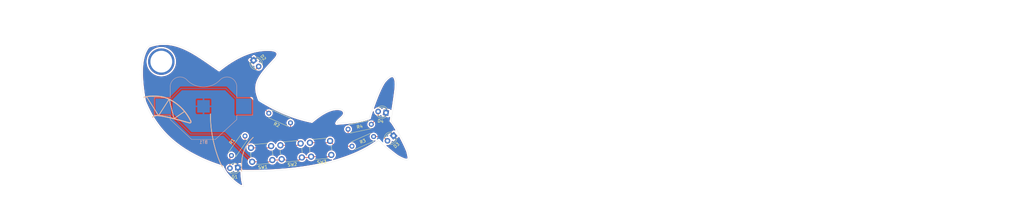
<source format=kicad_pcb>
(kicad_pcb (version 20241229) (generator "pcbnew") (generator_version "9.0")
  (layers (0 "F.Cu" signal) (2 "B.Cu" signal) (13 "F.Paste" user) (15 "B.Paste" user) (5 "F.SilkS" user "F.Silkscreen") (7 "B.SilkS" user "B.Silkscreen") (1 "F.Mask" user) (3 "B.Mask" user) (25 "Edge.Cuts" user))
  (net 0 "")
  (net 1 "GND")
  (net 2 "VCC")
  (net 3 "Net-(D1-A)")
  (net 4 "Net-(D2-A)")
  (net 5 "Net-(D3-A)")
  (net 6 "Net-(R1-Pad1)")
  (net 7 "Net-(R2-Pad1)")
  (net 8 "Net-(R3-Pad1)")
  (net 9 "Net-(D4-A)")
  (footprint "LED_THT:LED_D3.0mm" (layer "F.Cu") (at 187.972876 106.683659 -140)
    (property "Reference" "D3" (at 1.269999 -2.960001 40) (layer "F.SilkS"))
    (property "Value" "LED")
    (fp_line (start -0.29 1.079999) (end -0.290001 1.236) (stroke (width 0.12)) (layer "F.SilkS"))
    (fp_line (start -0.29 -1.236001) (end -0.289999 -1.08) (stroke (width 0.12)) (layer "F.SilkS"))
    (fp_arc (start 2.941397 1.080061) (mid 1.365623 1.987702) (end -0.29 1.235517) (stroke (width 0.12)) (layer "F.SilkS"))
    (fp_arc (start 2.31091 1.080049) (mid 1.269963 1.499999) (end 0.229039 1.079999) (stroke (width 0.12)) (layer "F.SilkS"))
    (fp_arc (start 0.229039 -1.079999) (mid 1.269965 -1.5) (end 2.31091 -1.08005) (stroke (width 0.12)) (layer "F.SilkS"))
    (fp_arc (start -0.290001 -1.235516) (mid 1.365624 -1.987701) (end 2.941397 -1.080061) (stroke (width 0.12)) (layer "F.SilkS"))
    (pad "1" thru_hole rect (at 0 0 220) (size 1.8 1.8) (drill 0.9) (layers "*.Cu" "*.Mask") (net 1 "GND"))
    (pad "2" thru_hole circle (at 2.54 -0.000001 220) (size 1.8 1.8) (drill 0.9) (layers "*.Cu" "*.Mask") (net 5 "Net-(D3-A)"))
  )
  (footprint "LED_THT:LED_D3.0mm" (layer "F.Cu") (at 185.538728 99.297344 171)
    (property "Reference" "D4" (at 1.27 -2.96 171) (layer "F.SilkS"))
    (property "Value" "LED")
    (fp_line (start -0.290001 -1.236001) (end -0.290001 -1.08) (stroke (width 0.12)) (layer "F.SilkS"))
    (fp_line (start -0.290001 1.080001) (end -0.29 1.236) (stroke (width 0.12)) (layer "F.SilkS"))
    (fp_arc (start 2.941397 1.080061) (mid 1.365624 1.9877) (end -0.29 1.235516) (stroke (width 0.12)) (layer "F.SilkS"))
    (fp_arc (start 2.31091 1.080049) (mid 1.269964 1.5) (end 0.229039 1.08) (stroke (width 0.12)) (layer "F.SilkS"))
    (fp_arc (start 0.22904 -1.08) (mid 1.269964 -1.500001) (end 2.31091 -1.080048) (stroke (width 0.12)) (layer "F.SilkS"))
    (fp_arc (start -0.29 -1.235516) (mid 1.365623 -1.9877) (end 2.941397 -1.080062) (stroke (width 0.12)) (layer "F.SilkS"))
    (pad "1" thru_hole rect (at 0 0 171) (size 1.8 1.8) (drill 0.9) (layers "*.Cu" "*.Mask") (net 1 "GND"))
    (pad "2" thru_hole circle (at 2.540002 -0.000001 171) (size 1.8 1.8) (drill 0.9) (layers "*.Cu" "*.Mask") (net 9 "Net-(D4-A)"))
  )
  (footprint "Button_Switch_THT:SW_PUSH_6mm" (layer "F.Cu") (at 167.991334 112.851461 -175)
    (property "Reference" "SW3" (at 3.25 -1.999999 5) (layer "F.SilkS"))
    (property "Value" "SW_Push")
    (fp_line (start 6.75 3) (end 6.75 1.5) (stroke (width 0.12)) (layer "F.SilkS"))
    (fp_line (start 5.5 -1) (end 1 -0.999999) (stroke (width 0.12)) (layer "F.SilkS"))
    (fp_line (start 1 5.5) (end 5.5 5.5) (stroke (width 0.12)) (layer "F.SilkS"))
    (fp_line (start -0.25 1.5) (end -0.25 3) (stroke (width 0.12)) (layer "F.SilkS"))
    (pad "1" thru_hole circle (at 0 0 275) (size 2 2) (drill 1.1) (layers "*.Cu" "*.Mask") (net 2 "VCC"))
    (pad "1" thru_hole circle (at 6.5 0 275) (size 2 2) (drill 1.1) (layers "*.Cu" "*.Mask") (net 2 "VCC"))
    (pad "2" thru_hole circle (at 0 4.5 275) (size 2 2) (drill 1.1) (layers "*.Cu" "*.Mask") (net 8 "Net-(R3-Pad1)"))
    (pad "2" thru_hole circle (at 6.5 4.5 275) (size 2 2) (drill 1.1) (layers "*.Cu" "*.Mask") (net 8 "Net-(R3-Pad1)"))
  )
  (footprint "LED_THT:LED_D3.0mm" (layer "F.Cu") (at 143.03 82.5 -50)
    (property "Reference" "D2" (at 1.27 -2.96 130) (layer "F.SilkS"))
    (property "Value" "LED")
    (fp_line (start -0.29 1.08) (end -0.289999 1.236) (stroke (width 0.12)) (layer "F.SilkS"))
    (fp_line (start -0.29 -1.235999) (end -0.29 -1.079999) (stroke (width 0.12)) (layer "F.SilkS"))
    (fp_arc (start 2.31091 1.08005) (mid 1.269963 1.5) (end 0.22904 1.08) (stroke (width 0.12)) (layer "F.SilkS"))
    (fp_arc (start -0.29 -1.235516) (mid 1.365625 -1.987701) (end 2.941397 -1.080061) (stroke (width 0.12)) (layer "F.SilkS"))
    (fp_arc (start 0.22904 -1.08) (mid 1.269965 -1.5) (end 2.31091 -1.08005) (stroke (width 0.12)) (layer "F.SilkS"))
    (fp_arc (start 2.941397 1.080061) (mid 1.365623 1.987702) (end -0.29 1.235515) (stroke (width 0.12)) (layer "F.SilkS"))
    (pad "1" thru_hole rect (at 0 0 310) (size 1.8 1.8) (drill 0.9) (layers "*.Cu" "*.Mask") (net 1 "GND"))
    (pad "2" thru_hole circle (at 2.54 0 310) (size 1.8 1.8) (drill 0.9) (layers "*.Cu" "*.Mask") (net 4 "Net-(D2-A)"))
  )
  (footprint "Resistor_THT:R_Axial_DIN0207_L6.3mm_D2.5mm_P7.62mm_Horizontal" (layer "F.Cu") (at 173.373258 104.592144 12)
    (property "Reference" "R4" (at 3.81 -0.000002 12) (layer "F.SilkS"))
    (property "Value" "R")
    (fp_line (start 0.539999 -1.370001) (end 7.08 -1.37) (stroke (width 0.12)) (layer "F.SilkS"))
    (fp_line (start 0.54 -1.04) (end 0.539999 -1.370001) (stroke (width 0.12)) (layer "F.SilkS"))
    (fp_line (start 0.54 1.04) (end 0.54 1.37) (stroke (width 0.12)) (layer "F.SilkS"))
    (fp_line (start 0.54 1.37) (end 7.08 1.370001) (stroke (width 0.12)) (layer "F.SilkS"))
    (fp_line (start 7.08 -1.37) (end 7.08 -1.04) (stroke (width 0.12)) (layer "F.SilkS"))
    (fp_line (start 7.08 1.370001) (end 7.08 1.04) (stroke (width 0.12)) (layer "F.SilkS"))
    (pad "1" thru_hole circle (at 0 0 12) (size 1.6 1.6) (drill 0.8) (layers "*.Cu" "*.Mask") (net 8 "Net-(R3-Pad1)"))
    (pad "2" thru_hole oval (at 7.62 0 12) (size 1.6 1.6) (drill 0.8) (layers "*.Cu" "*.Mask") (net 9 "Net-(D4-A)"))
  )
  (footprint "Resistor_THT:R_Axial_DIN0207_L6.3mm_D2.5mm_P7.62mm_Horizontal" (layer "F.Cu") (at 154.880608 102.549667 156)
    (property "Reference" "R2" (at 3.81 -2.37 156) (layer "F.SilkS"))
    (property "Value" "R")
    (fp_line (start 7.08 -1.37) (end 7.080001 -1.04) (stroke (width 0.12)) (layer "F.SilkS"))
    (fp_line (start 7.08 1.37) (end 7.08 1.04) (stroke (width 0.12)) (layer "F.SilkS"))
    (fp_line (start 0.54 -1.370001) (end 7.08 -1.37) (stroke (width 0.12)) (layer "F.SilkS"))
    (fp_line (start 0.54 -1.039999) (end 0.54 -1.370001) (stroke (width 0.12)) (layer "F.SilkS"))
    (fp_line (start 0.54 1.039999) (end 0.54 1.37) (stroke (width 0.12)) (layer "F.SilkS"))
    (fp_line (start 0.54 1.37) (end 7.08 1.37) (stroke (width 0.12)) (layer "F.SilkS"))
    (pad "1" thru_hole circle (at 0 0 156) (size 1.6 1.6) (drill 0.8) (layers "*.Cu" "*.Mask") (net 7 "Net-(R2-Pad1)"))
    (pad "2" thru_hole oval (at 7.62 0 156) (size 1.6 1.6) (drill 0.8) (layers "*.Cu" "*.Mask") (net 4 "Net-(D2-A)"))
  )
  (footprint "Button_Switch_THT:SW_PUSH_6mm" (layer "F.Cu") (at 158.526021 113.662727 -175)
    (property "Reference" "SW2" (at 3.25 -1.999999 5) (layer "F.SilkS"))
    (property "Value" "SW_Push")
    (fp_line (start 6.750001 3) (end 6.75 1.499999) (stroke (width 0.12)) (layer "F.SilkS"))
    (fp_line (start 5.5 -1.000001) (end 1 -1) (stroke (width 0.12)) (layer "F.SilkS"))
    (fp_line (start 1.000001 5.5) (end 5.500002 5.500001) (stroke (width 0.12)) (layer "F.SilkS"))
    (fp_line (start -0.25 1.5) (end -0.25 3) (stroke (width 0.12)) (layer "F.SilkS"))
    (pad "1" thru_hole circle (at 0 0 275) (size 2 2) (drill 1.1) (layers "*.Cu" "*.Mask") (net 2 "VCC"))
    (pad "1" thru_hole circle (at 6.499999 0 275) (size 2 2) (drill 1.1) (layers "*.Cu" "*.Mask") (net 2 "VCC"))
    (pad "2" thru_hole circle (at 0 4.5 275) (size 2 2) (drill 1.1) (layers "*.Cu" "*.Mask") (net 7 "Net-(R2-Pad1)"))
    (pad "2" thru_hole circle (at 6.5 4.5 275) (size 2 2) (drill 1.1) (layers "*.Cu" "*.Mask") (net 7 "Net-(R2-Pad1)"))
  )
  (footprint "Resistor_THT:R_Axial_DIN0207_L6.3mm_D2.5mm_P7.62mm_Horizontal" (layer "F.Cu") (at 174.619392 110.049667 24)
    (property "Reference" "R3" (at 3.81 0 24) (layer "F.SilkS"))
    (property "Value" "R")
    (fp_line (start 0.540001 -1.37) (end 7.08 -1.370001) (stroke (width 0.12)) (layer "F.SilkS"))
    (fp_line (start 0.54 -1.04) (end 0.540001 -1.37) (stroke (width 0.12)) (layer "F.SilkS"))
    (fp_line (start 0.540001 1.04) (end 0.54 1.37) (stroke (width 0.12)) (layer "F.SilkS"))
    (fp_line (start 0.54 1.37) (end 7.08 1.37) (stroke (width 0.12)) (layer "F.SilkS"))
    (fp_line (start 7.08 -1.370001) (end 7.08 -1.04) (stroke (width 0.12)) (layer "F.SilkS"))
    (fp_line (start 7.08 1.37) (end 7.079999 1.039999) (stroke (width 0.12)) (layer "F.SilkS"))
    (pad "1" thru_hole circle (at 0 0 24) (size 1.6 1.6) (drill 0.8) (layers "*.Cu" "*.Mask") (net 8 "Net-(R3-Pad1)"))
    (pad "2" thru_hole oval (at 7.62 0 24) (size 1.6 1.6) (drill 0.8) (layers "*.Cu" "*.Mask") (net 5 "Net-(D3-A)"))
  )
  (footprint "Resistor_THT:R_Axial_DIN0207_L6.3mm_D2.5mm_P7.62mm_Horizontal" (layer "F.Cu") (at 140.285326 106.77903 -125)
    (property "Reference" "R1" (at 3.830819 2.426971 55) (layer "F.SilkS"))
    (property "Value" "R")
    (fp_line (start 7.080001 1.37) (end 7.08 1.040001) (stroke (width 0.12)) (layer "F.SilkS"))
    (fp_line (start 7.080002 -1.370001) (end 7.080001 -1.039998) (stroke (width 0.12)) (layer "F.SilkS"))
    (fp_line (start 0.539999 1.370001) (end 7.080001 1.37) (stroke (width 0.12)) (layer "F.SilkS"))
    (fp_line (start 0.539999 1.04) (end 0.539999 1.370001) (stroke (width 0.12)) (layer "F.SilkS"))
    (fp_line (start 0.54 -1.039999) (end 0.540001 -1.369999) (stroke (width 0.12)) (layer "F.SilkS"))
    (fp_line (start 0.540001 -1.369999) (end 7.080002 -1.370001) (stroke (width 0.12)) (layer "F.SilkS"))
    (pad "1" thru_hole circle (at 0 0 235) (size 1.6 1.6) (drill 0.8) (layers "*.Cu" "*.Mask") (net 6 "Net-(R1-Pad1)"))
    (pad "2" thru_hole oval (at 7.620001 0 235) (size 1.6 1.6) (drill 0.8) (layers "*.Cu" "*.Mask") (net 3 "Net-(D1-A)"))
  )
  (footprint "LED_THT:LED_D3.0mm" (layer "F.Cu") (at 137.965167 116.889312 -175)
    (property "Reference" "D1" (at 1.27 -2.96 5) (layer "F.SilkS"))
    (property "Value" "LED")
    (fp_line (start -0.289999 -1.235999) (end -0.29 -1.079999) (stroke (width 0.12)) (layer "F.SilkS"))
    (fp_arc (start 2.31091 1.080049) (mid 1.269964 1.5) (end 0.229038 1.079999) (stroke (width 0.12)) (layer "F.SilkS"))
    (fp_arc (start 0.229039 -1.080001) (mid 1.269964 -1.5) (end 2.31091 -1.08005) (stroke (width 0.12)) (layer "F.SilkS"))
    (fp_arc (start -0.289999 -1.235516) (mid 1.365624 -1.9877) (end 2.941397 -1.080061) (stroke (width 0.12)) (layer "F.SilkS"))
    (pad "1" thru_hole rect (at 0 0 185) (size 1.8 1.8) (drill 0.9) (layers "*.Cu" "*.Mask") (net 1 "GND"))
    (pad "2" thru_hole circle (at 2.54 0.000002 185) (size 1.8 1.8) (drill 0.9) (layers "*.Cu" "*.Mask") (net 3 "Net-(D1-A)"))
  )
  (footprint "Button_Switch_THT:SW_PUSH_6mm" (layer "F.Cu") (at 149.062171 114.490707 -175)
    (property "Reference" "SW1" (at 3.25 -1.999999 5) (layer "F.SilkS"))
    (property "Value" "SW_Push")
    (fp_line (start 6.750001 3) (end 6.75 1.499999) (stroke (width 0.12)) (layer "F.SilkS"))
    (fp_line (start 5.5 -1.000001) (end 1 -1) (stroke (width 0.12)) (layer "F.SilkS"))
    (fp_line (start 1.000001 5.5) (end 5.500002 5.500001) (stroke (width 0.12)) (layer "F.SilkS"))
    (fp_line (start -0.25 1.5) (end -0.25 3) (stroke (width 0.12)) (layer "F.SilkS"))
    (pad "1" thru_hole circle (at 0 0 275) (size 2 2) (drill 1.1) (layers "*.Cu" "*.Mask") (net 2 "VCC"))
    (pad "1" thru_hole circle (at 6.499999 0 275) (size 2 2) (drill 1.1) (layers "*.Cu" "*.Mask") (net 2 "VCC"))
    (pad "2" thru_hole circle (at 0 4.5 275) (size 2 2) (drill 1.1) (layers "*.Cu" "*.Mask") (net 6 "Net-(R1-Pad1)"))
    (pad "2" thru_hole circle (at 6.5 4.5 275) (size 2 2) (drill 1.1) (layers "*.Cu" "*.Mask") (net 6 "Net-(R1-Pad1)"))
  )
  (footprint "Battery:BatteryHolder_Multicomp_BC-2001_1x2032" (layer "B.Cu") (at 126.95 97.25 180)
    (property "Reference" "BT1" (at 0 -11.5 0) (layer "B.SilkS") (effects (justify mirror)))
    (property "Value" "Battery_Cell")
    (fp_line (start 15.75 2.8) (end 10.68 2.8) (stroke (width 0.12)) (layer "B.SilkS"))
    (fp_line (start 15.75 -2.8) (end 15.75 2.8) (stroke (width 0.12)) (layer "B.SilkS"))
    (fp_line (start 10.68 2.8) (end 10.68 6.35) (stroke (width 0.12)) (layer "B.SilkS"))
    (fp_line (start 10.68 -2.8) (end 15.75 -2.8) (stroke (width 0.12)) (layer "B.SilkS"))
    (fp_line (start 10.68 -2.8) (end 10.68 -4.25) (stroke (width 0.12)) (layer "B.SilkS"))
    (fp_line (start 10.68 -4.25) (end 3.8 -10.63) (stroke (width 0.12)) (layer "B.SilkS"))
    (fp_line (start 3.8 -10.63) (end -3.8 -10.63) (stroke (width 0.12)) (layer "B.SilkS"))
    (fp_line (start -10.68 2.8) (end -10.68 6.28) (stroke (width 0.12)) (layer "B.SilkS"))
    (fp_line (start -10.68 -2.8) (end -10.68 -4.25) (stroke (width 0.12)) (layer "B.SilkS"))
    (fp_line (start -10.68 -4.25) (end -3.8 -10.63) (stroke (width 0.12)) (layer "B.SilkS"))
    (fp_line (start -15.75 2.8) (end -10.68 2.8) (stroke (width 0.12)) (layer "B.SilkS"))
    (fp_line (start -15.75 -2.8) (end -10.68 -2.8) (stroke (width 0.12)) (layer "B.SilkS"))
    (fp_line (start -15.75 -2.8) (end -15.75 2.8) (stroke (width 0.12)) (layer "B.SilkS"))
    (fp_arc (start 10.68 6.3) (mid 8.734461 9.197232) (end 5.316452 8.492753) (stroke (width 0.12)) (layer "B.SilkS"))
    (fp_arc (start -5.169999 8.330001) (mid 0.096808 6.218103) (end 5.306422 8.467392) (stroke (width 0.12)) (layer "B.SilkS"))
    (fp_arc (start -5.180001 8.339999) (mid -8.637972 9.23169) (end -10.677058 6.3) (stroke (width 0.12)) (layer "B.SilkS"))
    (pad "1" smd rect (at -12.95 0 180) (size 5 5) (layers "B.Cu" "B.Mask" "B.Paste") (net 2 "VCC"))
    (pad "1" smd rect (at 12.95 0 180) (size 5 5) (layers "B.Cu" "B.Mask" "B.Paste") (net 2 "VCC"))
    (pad "2" smd rect (at 0 0 180) (size 4 4) (layers "B.Cu" "B.Mask" "B.Paste") (net 1 "GND"))
  )
  (gr_curve (pts (xy 122.57 102.56) (xy 122.4 102.58) (xy 121.33 102.26) (xy 121.06 102.18)) (stroke (width 0.3)) (layer "F.SilkS"))
  (gr_curve (pts (xy 111.51 100.24) (xy 111.26 100.24) (xy 110.59 100.63) (xy 110.57 100.68)) (stroke (width 0.3)) (layer "F.SilkS"))
  (gr_line (start 108.66 94.16) (end 112.51 100.21) (stroke (width 0.2)) (layer "F.SilkS"))
  (gr_curve (pts (xy 133.02 116.69) (xy 131.74 114.7) (xy 129.09 107.55) (xy 129.16 99.69)) (stroke (width 0.2)) (layer "F.SilkS"))
  (gr_line (start 112.51 100.21) (end 115.9 94.97) (stroke (width 0.2)) (layer "F.SilkS"))
  (gr_curve (pts (xy 121.06 102.18) (xy 120.79 102.1) (xy 113.01 99.85) (xy 111.51 100.24)) (stroke (width 0.3)) (layer "F.SilkS"))
  (gr_curve (pts (xy 110.65 93.97) (xy 112.28 93.97) (xy 113.17 94.06) (xy 113.41 94.14)) (stroke (width 0.3)) (layer "F.SilkS"))
  (gr_curve (pts (xy 139.2 118.08) (xy 139.3 115.78) (xy 138.56 111.34) (xy 142.94 107.19)) (stroke (width 0.2)) (layer "F.SilkS"))
  (gr_curve (pts (xy 107.82 94.33) (xy 109.23 94.05) (xy 109.02 93.97) (xy 110.65 93.97)) (stroke (width 0.3)) (layer "F.SilkS"))
  (gr_line (start 117.49 101.18) (end 120.83 98.88) (stroke (width 0.2)) (layer "F.SilkS"))
  (gr_curve (pts (xy 113.41 94.14) (xy 114.84 94.26) (xy 120.02 96.17) (xy 122.85 101.96)) (stroke (width 0.3)) (layer "F.SilkS"))
  (gr_line (start 115.9 94.97) (end 117.49 101.18) (stroke (width 0.2)) (layer "F.SilkS"))
  (gr_curve (pts (xy 122.85 101.96) (xy 123.06 102.44) (xy 122.74 102.54) (xy 122.57 102.56)) (stroke (width 0.3)) (layer "F.SilkS"))
  (gr_curve (pts (xy 111.54 100.27) (xy 111.29 100.27) (xy 110.62 100.66) (xy 110.6 100.71)) (stroke (width 0.3)) (layer "B.SilkS"))
  (gr_line (start 115.93 95) (end 117.52 101.21) (stroke (width 0.2)) (layer "B.SilkS"))
  (gr_curve (pts (xy 122.88 101.99) (xy 123.09 102.47) (xy 122.77 102.57) (xy 122.6 102.59)) (stroke (width 0.3)) (layer "B.SilkS"))
  (gr_curve (pts (xy 121.09 102.21) (xy 120.82 102.13) (xy 113.04 99.88) (xy 111.54 100.27)) (stroke (width 0.3)) (layer "B.SilkS"))
  (gr_line (start 108.69 94.19) (end 112.54 100.24) (stroke (width 0.2)) (layer "B.SilkS"))
  (gr_curve (pts (xy 139.16 118.09) (xy 139.26 115.79) (xy 138.52 111.35) (xy 142.9 107.2)) (stroke (width 0.2)) (layer "B.SilkS"))
  (gr_curve (pts (xy 113.44 94.17) (xy 114.87 94.29) (xy 120.05 96.2) (xy 122.88 101.99)) (stroke (width 0.3)) (layer "B.SilkS"))
  (gr_line (start 117.52 101.21) (end 120.86 98.91) (stroke (width 0.2)) (layer "B.SilkS"))
  (gr_curve (pts (xy 107.85 94.36) (xy 109.26 94.08) (xy 109.05 94) (xy 110.68 94)) (stroke (width 0.3)) (layer "B.SilkS"))
  (gr_line (start 112.54 100.24) (end 115.93 95) (stroke (width 0.2)) (layer "B.SilkS"))
  (gr_curve (pts (xy 110.68 94) (xy 112.31 94) (xy 113.2 94.09) (xy 113.44 94.17)) (stroke (width 0.3)) (layer "B.SilkS"))
  (gr_curve (pts (xy 122.6 102.59) (xy 122.43 102.61) (xy 121.36 102.29) (xy 121.09 102.21)) (stroke (width 0.3)) (layer "B.SilkS"))
  (gr_curve (pts (xy 133.06 116.7) (xy 131.78 114.71) (xy 129.13 107.56) (xy 129.2 99.7)) (stroke (width 0.2)) (layer "B.SilkS"))
  (gr_curve (pts (xy 147.47 79) (xy 142.58 79.06) (xy 137.66 81.01) (xy 131.96 85.56)) (stroke (width 0.05)) (layer "Edge.Cuts"))
  (gr_curve (pts (xy 161.73 102.1) (xy 160.18 101.71) (xy 153.35 100.59) (xy 144.95 95.15)) (stroke (width 0.05)) (layer "Edge.Cuts"))
  (gr_curve (pts (xy 180.25 101) (xy 178.45 101.51) (xy 176.04 102.32) (xy 169.7 102.74)) (stroke (width 0.05)) (layer "Edge.Cuts"))
  (gr_curve (pts (xy 169.79 98) (xy 167.2 98.05) (xy 164.49 99.79) (xy 161.73 102.1)) (stroke (width 0.05)) (layer "Edge.Cuts"))
  (gr_curve (pts (xy 150.06 82.03) (xy 150.62 81.42) (xy 152.36 78.94) (xy 147.47 79)) (stroke (width 0.05)) (layer "Edge.Cuts"))
  (gr_curve (pts (xy 109.27 77.98) (xy 106.85 80.88) (xy 106.36 86.35) (xy 108.03 95.66)) (stroke (width 0.05)) (layer "Edge.Cuts"))
  (gr_curve (pts (xy 108.03 95.66) (xy 110.79 102.23) (xy 115.89 111.3) (xy 133.03 116.7)) (stroke (width 0.05)) (layer "Edge.Cuts"))
  (gr_curve (pts (xy 188.75 91.06) (xy 188.95 89.2) (xy 188.59 84.97) (xy 184.99 89.31)) (stroke (width 0.05)) (layer "Edge.Cuts"))
  (gr_curve (pts (xy 187.16 101.96) (xy 188.04 102.54) (xy 192.24 110.44) (xy 192.59 112.04)) (stroke (width 0.05)) (layer "Edge.Cuts"))
  (gr_curve (pts (xy 133.03 116.7) (xy 133.99 119.37) (xy 137.85 122.62) (xy 139.15 123.04)) (stroke (width 0.05)) (layer "Edge.Cuts"))
  (gr_curve (pts (xy 187.16 101.96) (xy 187.38 100.91) (xy 188.77 92.15) (xy 188.75 91.06)) (stroke (width 0.05)) (layer "Edge.Cuts"))
  (gr_curve (pts (xy 192.59 112.04) (xy 192.94 113.64) (xy 193.81 115.87) (xy 189.41 113.45)) (stroke (width 0.05)) (layer "Edge.Cuts"))
  (gr_curve (pts (xy 139.41 120.53) (xy 139.29 119.42) (xy 139.33 119.53) (xy 139.21 118.09)) (stroke (width 0.05)) (layer "Edge.Cuts"))
  (gr_curve (pts (xy 172.15 99.78) (xy 172.25 99.42) (xy 172.38 97.95) (xy 169.79 98)) (stroke (width 0.05)) (layer "Edge.Cuts"))
  (gr_curve (pts (xy 131.96 85.56) (xy 124.42 80.4) (xy 117.8 74.8) (xy 109.27 77.98)) (stroke (width 0.05)) (layer "Edge.Cuts"))
  (gr_curve (pts (xy 144.95 95.15) (xy 142.81 90.2) (xy 144.27 88.14) (xy 150.06 82.03)) (stroke (width 0.05)) (layer "Edge.Cuts"))
  (gr_curve (pts (xy 169.7 102.74) (xy 169.99 101.67) (xy 171.84 100.88) (xy 172.15 99.78)) (stroke (width 0.05)) (layer "Edge.Cuts"))
  (gr_curve (pts (xy 139.21 118.09) (xy 143.45 118.1) (xy 169.31 118.9) (xy 183.25 108.18)) (stroke (width 0.05)) (layer "Edge.Cuts"))
  (gr_curve (pts (xy 184.99 89.31) (xy 183.3 91.52) (xy 180.62 99.3) (xy 180.25 101)) (stroke (width 0.05)) (layer "Edge.Cuts"))
  (gr_curve (pts (xy 189.41 113.45) (xy 188.72 113.06) (xy 184.4 109.67) (xy 183.25 108.18)) (stroke (width 0.05)) (layer "Edge.Cuts"))
  (gr_curve (pts (xy 139.15 123.04) (xy 140.45 123.46) (xy 139.48 121.64) (xy 139.41 120.53)) (stroke (width 0.05)) (layer "Edge.Cuts"))
  (via (at 113.4 82.9) (size 8.5) (drill 7) (layers "F.Cu" "B.Cu") (net 0))
  (segment (start 134.671924 118.371924) (end 135.6 119.3) (width 0.2) (layer "F.Cu") (net 1))
  (segment (start 134.143556 117.143556) (end 134.143556 117.571257) (width 0.2) (layer "F.Cu") (net 1))
  (segment (start 133.9 116.9) (end 134.143556 117.143556) (width 0.2) (layer "F.Cu") (net 1))
  (segment (start 134.143556 117.571257) (end 134.671924 118.371924) (width 0.2) (layer "F.Cu") (net 1))
  (segment (start 134.477884 118.077884) (end 135.8 119.4) (width 0.2) (layer "B.Cu") (net 1))
  (segment (start 134.1 117.505255) (end 134.477884 118.077884) (width 0.2) (layer "B.Cu") (net 1))
  (segment (start 135.8 119.4) (end 136.3 119.4) (width 0.2) (layer "B.Cu") (net 1))
  (segment (start 133.7 116.7) (end 134.1 117.1) (width 0.2) (layer "B.Cu") (net 1))
  (segment (start 134.1 117.1) (end 134.1 117.505255) (width 0.2) (layer "B.Cu") (net 1))
  (segment (start 142.586906 115.057219) (end 148.495659 115.057219) (width 0.2) (layer "F.Cu") (net 2))
  (segment (start 148.495659 115.057219) (end 149.062171 114.490707) (width 0.2) (layer "F.Cu") (net 2))
  (segment (start 161.516068 113.417973) (end 161.482027 113.417973) (width 0.2) (layer "F.Cu") (net 2))
  (segment (start 157.698041 114.490707) (end 158.526021 113.662727) (width 0.2) (layer "F.Cu") (net 2))
  (segment (start 161.237273 113.662727) (end 158.526021 113.662727) (width 0.2) (layer "F.Cu") (net 2))
  (segment (start 149.062171 114.490707) (end 157.698041 114.490707) (width 0.2) (layer "F.Cu") (net 2))
  (segment (start 161.516068 113.417973) (end 167.424822 113.417973) (width 0.2) (layer "F.Cu") (net 2))
  (segment (start 161.482027 113.417973) (end 161.237273 113.662727) (width 0.2) (layer "F.Cu") (net 2))
  (segment (start 167.424822 113.417973) (end 167.991334 112.851461) (width 0.2) (layer "F.Cu") (net 2))
  (segment (start 119.775 91.475) (end 134.125 91.475) (width 0.2) (layer "B.Cu") (net 2))
  (segment (start 122.875 106.125) (end 133.654687 106.125) (width 0.2) (layer "B.Cu") (net 2))
  (segment (start 114 97.25) (end 119.775 91.475) (width 0.2) (layer "B.Cu") (net 2))
  (segment (start 114 97.25) (end 122.875 106.125) (width 0.2) (layer "B.Cu") (net 2))
  (segment (start 133.654687 106.125) (end 142.586906 115.057219) (width 0.2) (layer "B.Cu") (net 2))
  (segment (start 134.125 91.475) (end 139.9 97.25) (width 0.2) (layer "B.Cu") (net 2))
  (segment (start 135.434832 117.110686) (end 135.434832 113.50081) (width 0.2) (layer "F.Cu") (net 3))
  (segment (start 135.434832 113.50081) (end 135.914673 113.020969) (width 0.2) (layer "F.Cu") (net 3))
  (segment (start 147.919391 99.450334) (end 141.7 93.230943) (width 0.2) (layer "F.Cu") (net 4))
  (segment (start 141.7 93.230943) (end 141.7 87.408434) (width 0.2) (layer "F.Cu") (net 4))
  (segment (start 141.7 87.408434) (end 144.662681 84.445753) (width 0.2) (layer "F.Cu") (net 4))
  (segment (start 184.661118 106.950334) (end 186.027124 108.31634) (width 0.2) (layer "F.Cu") (net 5))
  (segment (start 181.580609 106.950334) (end 184.661118 106.950334) (width 0.2) (layer "F.Cu") (net 5))
  (segment (start 148.103458 110.574343) (end 148.66997 110.007831) (width 0.2) (layer "F.Cu") (net 6))
  (segment (start 140.285326 106.77903) (end 140.285326 108.664964) (width 0.2) (layer "F.Cu") (net 6))
  (segment (start 140.285326 108.664964) (end 142.194705 110.574343) (width 0.2) (layer "F.Cu") (net 6))
  (segment (start 142.194705 110.574343) (end 148.103458 110.574343) (width 0.2) (layer "F.Cu") (net 6))
  (segment (start 151.658555 109.746363) (end 157.567308 109.746363) (width 0.2) (layer "F.Cu") (net 7))
  (segment (start 157.567308 109.746363) (end 158.13382 109.179851) (width 0.2) (layer "F.Cu") (net 7))
  (segment (start 154.880608 102.549667) (end 154.880608 105.926639) (width 0.2) (layer "F.Cu") (net 7))
  (segment (start 154.880608 105.926639) (end 158.13382 109.179851) (width 0.2) (layer "F.Cu") (net 7))
  (segment (start 171.15 110.05) (end 173.373258 107.826742) (width 0.2) (layer "F.Cu") (net 8))
  (segment (start 167.032621 108.935097) (end 167.599133 108.368585) (width 0.2) (layer "F.Cu") (net 8))
  (segment (start 174.619392 110.049667) (end 171.150333 110.049667) (width 0.2) (layer "F.Cu") (net 8))
  (segment (start 169.15 110.05) (end 171.15 110.05) (width 0.2) (layer "F.Cu") (net 8))
  (segment (start 161.123868 108.935097) (end 167.032621 108.935097) (width 0.2) (layer "F.Cu") (net 8))
  (segment (start 173.373258 107.826742) (end 173.373258 104.592144) (width 0.2) (layer "F.Cu") (net 8))
  (segment (start 167.9 108.8) (end 169.15 110.05) (width 0.2) (layer "F.Cu") (net 8))
  (segment (start 171.150333 110.049667) (end 171.15 110.05) (width 0.2) (layer "F.Cu") (net 8))
  (segment (start 183.029999 98.900001) (end 183.029999 100.804601) (width 0.2) (layer "F.Cu") (net 9))
  (segment (start 183.029999 100.804601) (end 180.826743 103.007857) (width 0.2) (layer "F.Cu") (net 9))
  (zone (net 1) (net_name "GND") (layers "F.Cu" "B.Cu") (connect_pads (clearance 0.5)) (min_thickness 0.25) (fill yes (thermal_gap 0.5) (thermal_bridge_width 0.5))
    (polygon (pts (xy 220.1 130.5) (xy 61.6 130.3) (xy 61.7 63.1) (xy 220.1 63.3)))
  )
)
</source>
